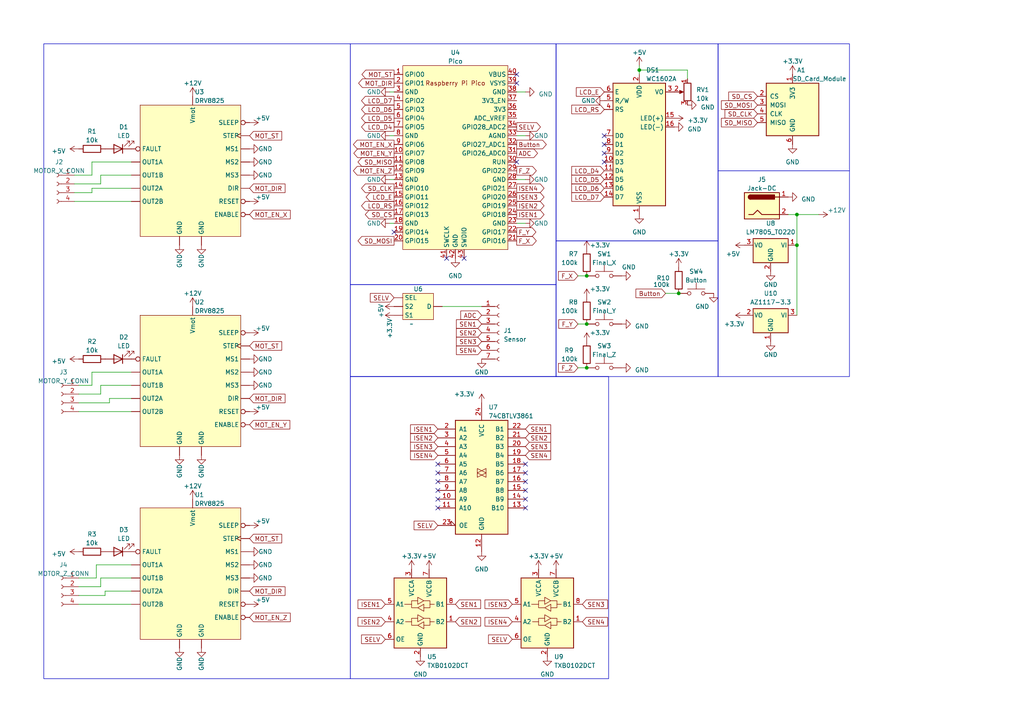
<source format=kicad_sch>
(kicad_sch (version 20230121) (generator eeschema)
  (paper "A4")
  (lib_symbols
    (symbol "74xx:74CBTLV3861" (pin_names (offset 1.016))
      (property "Reference" "U" (at -7.62 16.51 0))
      (property "Value" "74CBTLV3861" (at -7.62 -19.05 0))
      (symbol "74CBTLV3861_1_0"
        (polyline (pts (xy 1.27 0) (xy -1.27 1.27) (xy -1.27 -1.27) (xy 1.27 0)) (stroke (width 0.1524)))
        (polyline (pts (xy 1.27 1.27) (xy -1.27 0) (xy 1.27 -1.27) (xy 1.27 1.27)))
        (pin bidirectional line (at -12.7 -7.62 0) (length 5.08) (name "A9") (number "10"))
        (pin bidirectional line (at -12.7 -10.16 0) (length 5.08) (name "A10") (number "11"))
        (pin power_in line (at 0 -22.86 90) (length 5.08) (name "GND") (number "12"))
        (pin bidirectional line (at 12.7 -10.16 180) (length 5.08) (name "B10") (number "13"))
        (pin bidirectional line (at 12.7 -7.62 180) (length 5.08) (name "B9") (number "14"))
        (pin bidirectional line (at 12.7 -5.08 180) (length 5.08) (name "B8") (number "15"))
        (pin bidirectional line (at 12.7 -2.54 180) (length 5.08) (name "B7") (number "16"))
        (pin bidirectional line (at 12.7 0 180) (length 5.08) (name "B6") (number "17"))
        (pin bidirectional line (at 12.7 2.54 180) (length 5.08) (name "B5") (number "18"))
        (pin bidirectional line (at 12.7 5.08 180) (length 5.08) (name "B4") (number "19"))
        (pin bidirectional line (at -12.7 12.7 0) (length 5.08) (name "A1") (number "2"))
        (pin bidirectional line (at 12.7 7.62 180) (length 5.08) (name "B3") (number "20"))
        (pin bidirectional line (at 12.7 10.16 180) (length 5.08) (name "B2") (number "21"))
        (pin bidirectional line (at 12.7 12.7 180) (length 5.08) (name "B1") (number "22"))
        (pin input input_low (at -12.7 -15.24 0) (length 5.08) (name "OE") (number "23"))
        (pin power_in line (at 0 20.32 270) (length 5.08) (name "VCC") (number "24"))
        (pin bidirectional line (at -12.7 10.16 0) (length 5.08) (name "A2") (number "3"))
        (pin bidirectional line (at -12.7 7.62 0) (length 5.08) (name "A3") (number "4"))
        (pin bidirectional line (at -12.7 5.08 0) (length 5.08) (name "A4") (number "5"))
        (pin bidirectional line (at -12.7 2.54 0) (length 5.08) (name "A5") (number "6"))
        (pin bidirectional line (at -12.7 0 0) (length 5.08) (name "A6") (number "7"))
        (pin bidirectional line (at -12.7 -2.54 0) (length 5.08) (name "A7") (number "8"))
        (pin bidirectional line (at -12.7 -5.08 0) (length 5.08) (name "A8") (number "9"))
      )
      (symbol "74CBTLV3861_1_1"
        (rectangle (start -7.62 15.24) (end 7.62 -17.78) (stroke (width 0.254)) (fill (type background)))
      )
    )
    (symbol "ATSS_Library:DRV8825"
      (property "Reference" "U" (at -5.08 8.89 0))
      (property "Value" "DRV8825" (at 7.62 -13.97 0))
      (symbol "DRV8825_1_1"
        (rectangle (start -6.35 3.81) (end 22.86 -34.29) (fill (type background)))
        (pin input line (at -8.89 -20.32 0) (length 2.54) (name "DIR") (number ""))
        (pin input inverted (at -8.89 -27.94 0) (length 2.54) (name "ENABLE") (number ""))
        (pin output inverted (at 25.4 -8.89 180) (length 2.54) (name "FAULT") (number ""))
        (pin input line (at 5.08 -36.83 90) (length 2.54) (name "GND") (number ""))
        (pin input line (at 11.43 -36.83 90) (length 2.54) (name "GND") (number ""))
        (pin input line (at -8.89 -8.89 0) (length 2.54) (name "MS1") (number ""))
        (pin input line (at -8.89 -12.7 0) (length 2.54) (name "MS2") (number ""))
        (pin input line (at -8.89 -16.51 0) (length 2.54) (name "MS3") (number ""))
        (pin output line (at 25.4 -12.7 180) (length 2.54) (name "OUT1A") (number ""))
        (pin output line (at 25.4 -16.51 180) (length 2.54) (name "OUT1B") (number ""))
        (pin output line (at 25.4 -20.32 180) (length 2.54) (name "OUT2A") (number ""))
        (pin output line (at 25.4 -24.13 180) (length 2.54) (name "OUT2B") (number ""))
        (pin input inverted (at -8.89 -24.13 0) (length 2.54) (name "RESET") (number ""))
        (pin input inverted (at -8.89 -1.27 0) (length 2.54) (name "SLEEP") (number ""))
        (pin input clock (at -8.89 -5.08 0) (length 2.54) (name "STEP") (number ""))
        (pin input line (at 7.62 6.35 270) (length 2.54) (name "Vmot") (number ""))
      )
    )
    (symbol "ATSS_Library:TMUX1247"
      (property "Reference" "U" (at 3.81 0 0))
      (symbol "TMUX1247_1_1"
        (rectangle (start -2.54 -1.27) (end 6.35 -8.89) (fill (type background)))
        (pin output line (at 8.89 -5.08 180) (length 2.54) (name "D") (number ""))
        (pin input line (at -5.08 -2.54 0) (length 2.54) (name "S1") (number ""))
        (pin input line (at -5.08 -5.08 0) (length 2.54) (name "S2") (number ""))
        (pin input line (at -5.08 -7.62 0) (length 2.54) (name "SEL") (number ""))
      )
    )
    (symbol "Arduino_Peripherals:SD_Card_Module" (pin_names (offset 1.016))
      (property "Reference" "A" (at -7.62 10.16 0))
      (property "Value" "SD_Card_Module" (at 10.16 10.16 0))
      (symbol "SD_Card_Module_0_1"
        (rectangle (start -7.62 7.62) (end 7.62 -7.62) (stroke (width 0.254)) (fill (type background)))
      )
      (symbol "SD_Card_Module_1_1"
        (pin power_in line (at 0 10.16 270) (length 2.54) (name "3V3") (number "1"))
        (pin input line (at -10.16 3.81 0) (length 2.54) (name "CS") (number "2"))
        (pin input line (at -10.16 1.27 0) (length 2.54) (name "MOSI") (number "3"))
        (pin input line (at -10.16 -1.27 0) (length 2.54) (name "CLK") (number "4"))
        (pin output line (at -10.16 -3.81 0) (length 2.54) (name "MISO") (number "5"))
        (pin power_in line (at 0 -10.16 90) (length 2.54) (name "GND") (number "6"))
      )
    )
    (symbol "Connector:Conn_01x04_Socket" (pin_names (offset 1.016) hide)
      (property "Reference" "J" (at 0 5.08 0))
      (property "Value" "Conn_01x04_Socket" (at 0 -7.62 0))
      (symbol "Conn_01x04_Socket_1_1"
        (arc (start 0 -4.572) (mid -0.5058 -5.08) (end 0 -5.588) (stroke (width 0.1524)))
        (arc (start 0 -2.032) (mid -0.5058 -2.54) (end 0 -3.048) (stroke (width 0.1524)))
        (polyline (pts (xy -1.27 -5.08) (xy -0.508 -5.08)) (stroke (width 0.1524)))
        (polyline (pts (xy -1.27 -2.54) (xy -0.508 -2.54)) (stroke (width 0.1524)))
        (polyline (pts (xy -1.27 0) (xy -0.508 0)) (stroke (width 0.1524)))
        (polyline (pts (xy -1.27 2.54) (xy -0.508 2.54)) (stroke (width 0.1524)))
        (arc (start 0 0.508) (mid -0.5058 0) (end 0 -0.508) (stroke (width 0.1524)))
        (arc (start 0 3.048) (mid -0.5058 2.54) (end 0 2.032) (stroke (width 0.1524)))
        (pin passive line (at -5.08 2.54 0) (length 3.81) (name "Pin_1") (number "1"))
        (pin passive line (at -5.08 0 0) (length 3.81) (name "Pin_2") (number "2"))
        (pin passive line (at -5.08 -2.54 0) (length 3.81) (name "Pin_3") (number "3"))
        (pin passive line (at -5.08 -5.08 0) (length 3.81) (name "Pin_4") (number "4"))
      )
    )
    (symbol "Connector:Conn_01x07_Socket" (pin_names (offset 1.016) hide)
      (property "Reference" "J" (at 0 10.16 0))
      (property "Value" "Conn_01x07_Socket" (at 0 -10.16 0))
      (symbol "Conn_01x07_Socket_1_1"
        (arc (start 0 -7.112) (mid -0.5058 -7.62) (end 0 -8.128) (stroke (width 0.1524)))
        (arc (start 0 -4.572) (mid -0.5058 -5.08) (end 0 -5.588) (stroke (width 0.1524)))
        (arc (start 0 -2.032) (mid -0.5058 -2.54) (end 0 -3.048) (stroke (width 0.1524)))
        (polyline (pts (xy -1.27 -7.62) (xy -0.508 -7.62)) (stroke (width 0.1524)))
        (polyline (pts (xy -1.27 -5.08) (xy -0.508 -5.08)) (stroke (width 0.1524)))
        (polyline (pts (xy -1.27 -2.54) (xy -0.508 -2.54)) (stroke (width 0.1524)))
        (polyline (pts (xy -1.27 0) (xy -0.508 0)) (stroke (width 0.1524)))
        (polyline (pts (xy -1.27 2.54) (xy -0.508 2.54)) (stroke (width 0.1524)))
        (polyline (pts (xy -1.27 5.08) (xy -0.508 5.08)) (stroke (width 0.1524)))
        (polyline (pts (xy -1.27 7.62) (xy -0.508 7.62)) (stroke (width 0.1524)))
        (arc (start 0 0.508) (mid -0.5058 0) (end 0 -0.508) (stroke (width 0.1524)))
        (arc (start 0 3.048) (mid -0.5058 2.54) (end 0 2.032) (stroke (width 0.1524)))
        (arc (start 0 5.588) (mid -0.5058 5.08) (end 0 4.572) (stroke (width 0.1524)))
        (arc (start 0 8.128) (mid -0.5058 7.62) (end 0 7.112) (stroke (width 0.1524)))
        (pin passive line (at -5.08 7.62 0) (length 3.81) (name "Pin_1") (number "1"))
        (pin passive line (at -5.08 5.08 0) (length 3.81) (name "Pin_2") (number "2"))
        (pin passive line (at -5.08 2.54 0) (length 3.81) (name "Pin_3") (number "3"))
        (pin passive line (at -5.08 0 0) (length 3.81) (name "Pin_4") (number "4"))
        (pin passive line (at -5.08 -2.54 0) (length 3.81) (name "Pin_5") (number "5"))
        (pin passive line (at -5.08 -5.08 0) (length 3.81) (name "Pin_6") (number "6"))
        (pin passive line (at -5.08 -7.62 0) (length 3.81) (name "Pin_7") (number "7"))
      )
    )
    (symbol "Connector:Jack-DC" (pin_names (offset 1.016))
      (property "Reference" "J" (at 0 5.334 0))
      (property "Value" "Jack-DC" (at 0 -5.08 0))
      (symbol "Jack-DC_0_1"
        (rectangle (start -5.08 3.81) (end 5.08 -3.81) (stroke (width 0.254)) (fill (type background)))
        (arc (start -3.302 3.175) (mid -3.9343 2.54) (end -3.302 1.905) (stroke (width 0.254)))
        (arc (start -3.302 3.175) (mid -3.9343 2.54) (end -3.302 1.905) (stroke (width 0.254)) (fill (type outline)))
        (polyline (pts (xy 5.08 2.54) (xy 3.81 2.54)) (stroke (width 0.254)))
        (polyline (pts (xy -3.81 -2.54) (xy -2.54 -2.54) (xy -1.27 -1.27) (xy 0 -2.54) (xy 2.54 -2.54) (xy 5.08 -2.54)) (stroke (width 0.254)))
        (rectangle (start 3.683 3.175) (end -3.302 1.905) (stroke (width 0.254)) (fill (type outline)))
      )
      (symbol "Jack-DC_1_1"
        (pin passive line (at 7.62 2.54 180) (length 2.54) (name "~") (number "1"))
        (pin passive line (at 7.62 -2.54 180) (length 2.54) (name "~") (number "2"))
      )
    )
    (symbol "Device:LED" (pin_numbers hide) (pin_names (offset 1.016) hide)
      (property "Reference" "D" (at 0 2.54 0))
      (property "Value" "LED" (at 0 -2.54 0))
      (symbol "LED_0_1"
        (polyline (pts (xy -1.27 -1.27) (xy -1.27 1.27)) (stroke (width 0.254)))
        (polyline (pts (xy -1.27 0) (xy 1.27 0)))
        (polyline (pts (xy 1.27 -1.27) (xy 1.27 1.27) (xy -1.27 0) (xy 1.27 -1.27)) (stroke (width 0.254)))
        (polyline (pts (xy -3.048 -0.762) (xy -4.572 -2.286) (xy -3.81 -2.286) (xy -4.572 -2.286) (xy -4.572 -1.524)))
        (polyline (pts (xy -1.778 -0.762) (xy -3.302 -2.286) (xy -2.54 -2.286) (xy -3.302 -2.286) (xy -3.302 -1.524)))
      )
      (symbol "LED_1_1"
        (pin passive line (at -3.81 0 0) (length 2.54) (name "K") (number "1"))
        (pin passive line (at 3.81 0 180) (length 2.54) (name "A") (number "2"))
      )
    )
    (symbol "Device:R" (pin_numbers hide) (pin_names (offset 0))
      (property "Reference" "R" (at 2.032 0 90))
      (property "Value" "R" (at 0 0 90))
      (symbol "R_0_1"
        (rectangle (start -1.016 -2.54) (end 1.016 2.54) (stroke (width 0.254)))
      )
      (symbol "R_1_1"
        (pin passive line (at 0 3.81 270) (length 1.27) (name "~") (number "1"))
        (pin passive line (at 0 -3.81 90) (length 1.27) (name "~") (number "2"))
      )
    )
    (symbol "Device:R_Potentiometer" (pin_names (offset 1.016) hide)
      (property "Reference" "RV" (at -4.445 0 90))
      (property "Value" "R_Potentiometer" (at -2.54 0 90))
      (symbol "R_Potentiometer_0_1"
        (polyline (pts (xy 2.54 0) (xy 1.524 0)))
        (polyline (pts (xy 1.143 0) (xy 2.286 0.508) (xy 2.286 -0.508) (xy 1.143 0)) (fill (type outline)))
        (rectangle (start 1.016 2.54) (end -1.016 -2.54) (stroke (width 0.254)))
      )
      (symbol "R_Potentiometer_1_1"
        (pin passive line (at 0 3.81 270) (length 1.27) (name "1") (number "1"))
        (pin passive line (at 3.81 0 180) (length 1.27) (name "2") (number "2"))
        (pin passive line (at 0 -3.81 90) (length 1.27) (name "3") (number "3"))
      )
    )
    (symbol "Display_Character:WC1602A"
      (property "Reference" "DS" (at -5.842 19.05 0))
      (property "Value" "WC1602A" (at 5.334 19.05 0))
      (symbol "WC1602A_1_1"
        (rectangle (start -7.62 17.78) (end 7.62 -17.78) (stroke (width 0.254)) (fill (type background)))
        (pin power_in line (at 0 -20.32 90) (length 2.54) (name "VSS") (number "1"))
        (pin input line (at -10.16 -5.08 0) (length 2.54) (name "D3") (number "10"))
        (pin input line (at -10.16 -7.62 0) (length 2.54) (name "D4") (number "11"))
        (pin input line (at -10.16 -10.16 0) (length 2.54) (name "D5") (number "12"))
        (pin input line (at -10.16 -12.7 0) (length 2.54) (name "D6") (number "13"))
        (pin input line (at -10.16 -15.24 0) (length 2.54) (name "D7") (number "14"))
        (pin power_in line (at 10.16 7.62 180) (length 2.54) (name "LED(+)") (number "15"))
        (pin power_in line (at 10.16 5.08 180) (length 2.54) (name "LED(-)") (number "16"))
        (pin power_in line (at 0 20.32 270) (length 2.54) (name "VDD") (number "2"))
        (pin input line (at 10.16 15.24 180) (length 2.54) (name "VO") (number "3"))
        (pin input line (at -10.16 10.16 0) (length 2.54) (name "RS") (number "4"))
        (pin input line (at -10.16 12.7 0) (length 2.54) (name "R/W") (number "5"))
        (pin input line (at -10.16 15.24 0) (length 2.54) (name "E") (number "6"))
        (pin input line (at -10.16 2.54 0) (length 2.54) (name "D0") (number "7"))
        (pin input line (at -10.16 0 0) (length 2.54) (name "D1") (number "8"))
        (pin input line (at -10.16 -2.54 0) (length 2.54) (name "D2") (number "9"))
      )
    )
    (symbol "Logic_LevelTranslator:TXB0102DCT"
      (property "Reference" "U" (at -6.35 11.43 0))
      (property "Value" "TXB0102DCT" (at 3.81 11.43 0))
      (symbol "TXB0102DCT_0_1"
        (rectangle (start -7.62 10.16) (end 7.62 -10.16) (stroke (width 0.254)) (fill (type background)))
        (polyline (pts (xy -2.54 -2.54) (xy -2.54 -1.524) (xy -0.762 -1.524)))
        (polyline (pts (xy -2.54 2.54) (xy -2.54 3.556) (xy -0.762 3.556)))
        (polyline (pts (xy 2.794 -2.54) (xy 2.794 -3.556) (xy 1.016 -3.556)))
        (polyline (pts (xy 2.794 2.54) (xy 2.794 1.524) (xy 1.016 1.524)))
        (polyline (pts (xy -0.762 -3.556) (xy -2.54 -3.556) (xy -2.54 -2.54) (xy -4.318 -2.54)))
        (polyline (pts (xy -0.762 -2.54) (xy -0.762 -0.508) (xy 1.016 -1.524) (xy -0.762 -2.54)) (fill (type background)))
        (polyline (pts (xy -0.762 1.524) (xy -2.54 1.524) (xy -2.54 2.54) (xy -4.572 2.54)))
        (polyline (pts (xy -0.762 2.54) (xy -0.762 4.572) (xy 1.016 3.556) (xy -0.762 2.54)))
        (polyline (pts (xy 1.016 -2.54) (xy 1.016 -4.572) (xy -0.762 -3.556) (xy 1.016 -2.54)))
        (polyline (pts (xy 1.016 -1.524) (xy 2.794 -1.524) (xy 2.794 -2.54) (xy 4.064 -2.54)))
        (polyline (pts (xy 1.016 3.556) (xy 2.794 3.556) (xy 2.794 2.54) (xy 4.064 2.54)))
        (polyline (pts (xy 1.016 2.54) (xy 1.016 0.762) (xy 1.016 0.508) (xy -0.762 1.524) (xy 1.016 2.54)))
      )
      (symbol "TXB0102DCT_1_1"
        (pin bidirectional line (at 10.16 -2.54 180) (length 2.54) (name "B2") (number "1"))
        (pin power_in line (at 0 -12.7 90) (length 2.54) (name "GND") (number "2"))
        (pin power_in line (at -2.54 12.7 270) (length 2.54) (name "VCCA") (number "3"))
        (pin bidirectional line (at -10.16 -2.54 0) (length 2.54) (name "A2") (number "4"))
        (pin bidirectional line (at -10.16 2.54 0) (length 2.54) (name "A1") (number "5"))
        (pin input line (at -10.16 -7.62 0) (length 2.54) (name "OE") (number "6"))
        (pin power_in line (at 2.54 12.7 270) (length 2.54) (name "VCCB") (number "7"))
        (pin bidirectional line (at 10.16 2.54 180) (length 2.54) (name "B1") (number "8"))
      )
    )
    (symbol "MCU_RaspberryPi_and_Boards:Pico"
      (property "Reference" "U" (at -13.97 27.94 0))
      (property "Value" "Pico" (at 0 19.05 0))
      (symbol "Pico_0_0"
        (text "Raspberry Pi Pico" (at 0 21.59 0) (effects (font (size 1.27 1.27))))
      )
      (symbol "Pico_0_1"
        (rectangle (start -15.24 26.67) (end 15.24 -26.67) (fill (type background)))
      )
      (symbol "Pico_1_1"
        (pin bidirectional line (at -17.78 24.13 0) (length 2.54) (name "GPIO0") (number "1"))
        (pin bidirectional line (at -17.78 1.27 0) (length 2.54) (name "GPIO7") (number "10"))
        (pin bidirectional line (at -17.78 -1.27 0) (length 2.54) (name "GPIO8") (number "11"))
        (pin bidirectional line (at -17.78 -3.81 0) (length 2.54) (name "GPIO9") (number "12"))
        (pin power_in line (at -17.78 -6.35 0) (length 2.54) (name "GND") (number "13"))
        (pin bidirectional line (at -17.78 -8.89 0) (length 2.54) (name "GPIO10") (number "14"))
        (pin bidirectional line (at -17.78 -11.43 0) (length 2.54) (name "GPIO11") (number "15"))
        (pin bidirectional line (at -17.78 -13.97 0) (length 2.54) (name "GPIO12") (number "16"))
        (pin bidirectional line (at -17.78 -16.51 0) (length 2.54) (name "GPIO13") (number "17"))
        (pin power_in line (at -17.78 -19.05 0) (length 2.54) (name "GND") (number "18"))
        (pin bidirectional line (at -17.78 -21.59 0) (length 2.54) (name "GPIO14") (number "19"))
        (pin bidirectional line (at -17.78 21.59 0) (length 2.54) (name "GPIO1") (number "2"))
        (pin bidirectional line (at -17.78 -24.13 0) (length 2.54) (name "GPIO15") (number "20"))
        (pin bidirectional line (at 17.78 -24.13 180) (length 2.54) (name "GPIO16") (number "21"))
        (pin bidirectional line (at 17.78 -21.59 180) (length 2.54) (name "GPIO17") (number "22"))
        (pin power_in line (at 17.78 -19.05 180) (length 2.54) (name "GND") (number "23"))
        (pin bidirectional line (at 17.78 -16.51 180) (length 2.54) (name "GPIO18") (number "24"))
        (pin bidirectional line (at 17.78 -13.97 180) (length 2.54) (name "GPIO19") (number "25"))
        (pin bidirectional line (at 17.78 -11.43 180) (length 2.54) (name "GPIO20") (number "26"))
        (pin bidirectional line (at 17.78 -8.89 180) (length 2.54) (name "GPIO21") (number "27"))
        (pin power_in line (at 17.78 -6.35 180) (length 2.54) (name "GND") (number "28"))
        (pin bidirectional line (at 17.78 -3.81 180) (length 2.54) (name "GPIO22") (number "29"))
        (pin power_in line (at -17.78 19.05 0) (length 2.54) (name "GND") (number "3"))
        (pin input line (at 17.78 -1.27 180) (length 2.54) (name "RUN") (number "30"))
        (pin bidirectional line (at 17.78 1.27 180) (length 2.54) (name "GPIO26_ADC0") (number "31"))
        (pin bidirectional line (at 17.78 3.81 180) (length 2.54) (name "GPIO27_ADC1") (number "32"))
        (pin power_in line (at 17.78 6.35 180) (length 2.54) (name "AGND") (number "33"))
        (pin bidirectional line (at 17.78 8.89 180) (length 2.54) (name "GPIO28_ADC2") (number "34"))
        (pin power_in line (at 17.78 11.43 180) (length 2.54) (name "ADC_VREF") (number "35"))
        (pin power_in line (at 17.78 13.97 180) (length 2.54) (name "3V3") (number "36"))
        (pin input line (at 17.78 16.51 180) (length 2.54) (name "3V3_EN") (number "37"))
        (pin bidirectional line (at 17.78 19.05 180) (length 2.54) (name "GND") (number "38"))
        (pin power_in line (at 17.78 21.59 180) (length 2.54) (name "VSYS") (number "39"))
        (pin bidirectional line (at -17.78 16.51 0) (length 2.54) (name "GPIO2") (number "4"))
        (pin power_in line (at 17.78 24.13 180) (length 2.54) (name "VBUS") (number "40"))
        (pin input line (at -2.54 -29.21 90) (length 2.54) (name "SWCLK") (number "41"))
        (pin power_in line (at 0 -29.21 90) (length 2.54) (name "GND") (number "42"))
        (pin bidirectional line (at 2.54 -29.21 90) (length 2.54) (name "SWDIO") (number "43"))
        (pin bidirectional line (at -17.78 13.97 0) (length 2.54) (name "GPIO3") (number "5"))
        (pin bidirectional line (at -17.78 11.43 0) (length 2.54) (name "GPIO4") (number "6"))
        (pin bidirectional line (at -17.78 8.89 0) (length 2.54) (name "GPIO5") (number "7"))
        (pin power_in line (at -17.78 6.35 0) (length 2.54) (name "GND") (number "8"))
        (pin bidirectional line (at -17.78 3.81 0) (length 2.54) (name "GPIO6") (number "9"))
      )
    )
    (symbol "Regulator_Linear:AZ1117-3.3" (pin_names (offset 0.254))
      (property "Reference" "U" (at -3.81 3.175 0))
      (property "Value" "AZ1117-3.3" (at 0 3.175 0))
      (symbol "AZ1117-3.3_0_1"
        (rectangle (start -5.08 1.905) (end 5.08 -5.08) (stroke (width 0.254)) (fill (type background)))
      )
      (symbol "AZ1117-3.3_1_1"
        (pin power_in line (at 0 -7.62 90) (length 2.54) (name "GND") (number "1"))
        (pin power_out line (at 7.62 0 180) (length 2.54) (name "VO") (number "2"))
        (pin power_in line (at -7.62 0 0) (length 2.54) (name "VI") (number "3"))
      )
    )
    (symbol "Regulator_Linear:LM7805_TO220" (pin_names (offset 0.254))
      (property "Reference" "U" (at -3.81 3.175 0))
      (property "Value" "LM7805_TO220" (at 0 3.175 0))
      (symbol "LM7805_TO220_0_1"
        (rectangle (start -5.08 1.905) (end 5.08 -5.08) (stroke (width 0.254)) (fill (type background)))
      )
      (symbol "LM7805_TO220_1_1"
        (pin power_in line (at -7.62 0 0) (length 2.54) (name "VI") (number "1"))
        (pin power_in line (at 0 -7.62 90) (length 2.54) (name "GND") (number "2"))
        (pin power_out line (at 7.62 0 180) (length 2.54) (name "VO") (number "3"))
      )
    )
    (symbol "Switch:SW_Push" (pin_numbers hide) (pin_names (offset 1.016) hide)
      (property "Reference" "SW" (at 1.27 2.54 0))
      (property "Value" "SW_Push" (at 0 -1.524 0))
      (symbol "SW_Push_0_1"
        (circle (center -2.032 0) (radius 0.508))
        (polyline (pts (xy 0 1.27) (xy 0 3.048)))
        (polyline (pts (xy 2.54 1.27) (xy -2.54 1.27)))
        (circle (center 2.032 0) (radius 0.508))
        (pin passive line (at -5.08 0 0) (length 2.54) (name "1") (number "1"))
        (pin passive line (at 5.08 0 180) (length 2.54) (name "2") (number "2"))
      )
    )
    (symbol "power:+12V" (power) (pin_names (offset 0))
      (property "Value" "+12V" (at 0 3.556 0))
      (symbol "+12V_0_1"
        (polyline (pts (xy -0.762 1.27) (xy 0 2.54)))
        (polyline (pts (xy 0 0) (xy 0 2.54)))
        (polyline (pts (xy 0 2.54) (xy 0.762 1.27)))
      )
      (symbol "+12V_1_1"
        (pin power_in line (at 0 0 90) (length 0) hide (name "+12V") (number "1"))
      )
    )
    (symbol "power:+3.3V" (power) (pin_names (offset 0))
      (property "Value" "+3.3V" (at 0 3.556 0))
      (symbol "+3.3V_0_1"
        (polyline (pts (xy -0.762 1.27) (xy 0 2.54)))
        (polyline (pts (xy 0 0) (xy 0 2.54)))
        (polyline (pts (xy 0 2.54) (xy 0.762 1.27)))
      )
      (symbol "+3.3V_1_1"
        (pin power_in line (at 0 0 90) (length 0) hide (name "+3.3V") (number "1"))
      )
    )
    (symbol "power:+5V" (power) (pin_names (offset 0))
      (property "Value" "+5V" (at 0 3.556 0))
      (symbol "+5V_0_1"
        (polyline (pts (xy -0.762 1.27) (xy 0 2.54)))
        (polyline (pts (xy 0 0) (xy 0 2.54)))
        (polyline (pts (xy 0 2.54) (xy 0.762 1.27)))
      )
      (symbol "+5V_1_1"
        (pin power_in line (at 0 0 90) (length 0) hide (name "+5V") (number "1"))
      )
    )
    (symbol "power:GND" (power) (pin_names (offset 0))
      (property "Value" "GND" (at 0 -3.81 0))
      (symbol "GND_0_1"
        (polyline (pts (xy 0 0) (xy 0 -1.27) (xy 1.27 -1.27) (xy 0 -2.54) (xy -1.27 -1.27) (xy 0 -1.27)))
      )
      (symbol "GND_1_1"
        (pin power_in line (at 0 0 270) (length 0) hide (name "GND") (number "1"))
      )
    )
  )
  (junction (at 170.18 80.01))
  (junction (at 196.85 85.09))
  (junction (at 170.18 106.68))
  (junction (at 231.14 62.23))
  (junction (at 231.14 71.12))
  (junction (at 185.42 20.32))
  (junction (at 170.18 93.98))
  (no_connect (at 152.4 142.24))
  (no_connect (at 127 147.32))
  (no_connect (at 127 139.7))
  (no_connect (at 134.62 74.93))
  (no_connect (at 127 137.16))
  (no_connect (at 152.4 139.7))
  (no_connect (at 149.86 21.59))
  (no_connect (at 175.26 41.91))
  (no_connect (at 152.4 144.78))
  (no_connect (at 175.26 46.99))
  (no_connect (at 149.86 24.13))
  (no_connect (at 114.3 67.31))
  (no_connect (at 127 142.24))
  (no_connect (at 127 134.62))
  (no_connect (at 152.4 134.62))
  (no_connect (at 152.4 147.32))
  (no_connect (at 127 144.78))
  (no_connect (at 149.86 46.99))
  (no_connect (at 152.4 137.16))
  (no_connect (at 129.54 74.93))
  (no_connect (at 175.26 39.37))
  (no_connect (at 175.26 44.45))
  (wire (pts (xy 21.59 58.42) (xy 38.1 58.42)))
  (wire (pts (xy 22.86 175.26) (xy 38.1 175.26)))
  (wire (pts (xy 113.03 64.77) (xy 114.3 64.77)))
  (wire (pts (xy 113.03 26.67) (xy 114.3 26.67)))
  (wire (pts (xy 231.14 71.12) (xy 231.14 91.44)))
  (wire (pts (xy 29.21 50.8) (xy 29.21 53.34)))
  (wire (pts (xy 22.86 116.84) (xy 31.75 116.84)))
  (wire (pts (xy 231.14 62.23) (xy 231.14 71.12)))
  (wire (pts (xy 149.86 26.67) (xy 152.4 26.67)))
  (wire (pts (xy 26.67 54.61) (xy 26.67 55.88)))
  (wire (pts (xy 26.67 46.99) (xy 26.67 50.8)))
  (wire (pts (xy 149.86 64.77) (xy 152.4 64.77)))
  (wire (pts (xy 185.42 20.32) (xy 185.42 21.59)))
  (wire (pts (xy 30.48 172.72) (xy 30.48 171.45)))
  (wire (pts (xy 199.39 22.86) (xy 199.39 20.32)))
  (wire (pts (xy 237.49 62.23) (xy 231.14 62.23)))
  (wire (pts (xy 27.94 163.83) (xy 38.1 163.83)))
  (wire (pts (xy 38.1 50.8) (xy 29.21 50.8)))
  (wire (pts (xy 22.86 114.3) (xy 29.21 114.3)))
  (wire (pts (xy 228.6 62.23) (xy 231.14 62.23)))
  (wire (pts (xy 26.67 111.76) (xy 26.67 107.95)))
  (wire (pts (xy 167.64 106.68) (xy 170.18 106.68)))
  (wire (pts (xy 185.42 20.32) (xy 199.39 20.32)))
  (wire (pts (xy 26.67 55.88) (xy 21.59 55.88)))
  (wire (pts (xy 22.86 111.76) (xy 26.67 111.76)))
  (wire (pts (xy 29.21 114.3) (xy 29.21 111.76)))
  (wire (pts (xy 149.86 52.07) (xy 152.4 52.07)))
  (wire (pts (xy 29.21 111.76) (xy 38.1 111.76)))
  (wire (pts (xy 38.1 46.99) (xy 26.67 46.99)))
  (wire (pts (xy 22.86 170.18) (xy 29.21 170.18)))
  (wire (pts (xy 29.21 167.64) (xy 38.1 167.64)))
  (wire (pts (xy 22.86 119.38) (xy 38.1 119.38)))
  (wire (pts (xy 185.42 19.05) (xy 185.42 20.32)))
  (wire (pts (xy 193.04 85.09) (xy 196.85 85.09)))
  (wire (pts (xy 113.03 39.37) (xy 114.3 39.37)))
  (wire (pts (xy 26.67 107.95) (xy 38.1 107.95)))
  (wire (pts (xy 27.94 167.64) (xy 27.94 163.83)))
  (wire (pts (xy 167.64 80.01) (xy 170.18 80.01)))
  (wire (pts (xy 38.1 54.61) (xy 26.67 54.61)))
  (wire (pts (xy 22.86 172.72) (xy 30.48 172.72)))
  (wire (pts (xy 31.75 115.57) (xy 38.1 115.57)))
  (wire (pts (xy 26.67 50.8) (xy 21.59 50.8)))
  (wire (pts (xy 30.48 171.45) (xy 38.1 171.45)))
  (wire (pts (xy 149.86 39.37) (xy 152.4 39.37)))
  (wire (pts (xy 128.27 88.9) (xy 139.7 88.9)))
  (wire (pts (xy 29.21 53.34) (xy 21.59 53.34)))
  (wire (pts (xy 22.86 167.64) (xy 27.94 167.64)))
  (wire (pts (xy 29.21 170.18) (xy 29.21 167.64)))
  (wire (pts (xy 167.64 93.98) (xy 170.18 93.98)))
  (wire (pts (xy 31.75 116.84) (xy 31.75 115.57)))
  (wire (pts (xy 113.03 52.07) (xy 114.3 52.07)))
  (rectangle (start 161.29 69.85) (end 208.28 109.22))
  (rectangle (start 208.28 12.7) (end 246.38 49.53))
  (rectangle (start 12.7 12.7) (end 101.6 196.85))
  (rectangle (start 101.6 109.22) (end 176.53 196.85))
  (rectangle (start 161.29 12.7) (end 208.28 69.85))
  (rectangle (start 101.6 82.55) (end 161.29 109.22))
  (rectangle (start 208.28 49.53) (end 246.38 109.22))
  (rectangle (start 101.6 12.7) (end 161.29 82.55))
  (global_label "LCD_RS" (shape input) (at 175.26 31.75 180) (property "Intersheetrefs" "${INTERSHEET_REFS}" (effects hide)))
  (global_label "MOT_EN_Z" (shape input) (at 72.39 179.07 0) (property "Intersheetrefs" "${INTERSHEET_REFS}" (effects hide)))
  (global_label "LCD_RS" (shape output) (at 114.3 59.69 180) (property "Intersheetrefs" "${INTERSHEET_REFS}" (effects hide)))
  (global_label "ISEN3" (shape input) (at 148.59 175.26 180) (property "Intersheetrefs" "${INTERSHEET_REFS}" (effects hide)))
  (global_label "ISEN4" (shape output) (at 149.86 54.61 0) (property "Intersheetrefs" "${INTERSHEET_REFS}" (effects hide)))
  (global_label "LCD_E" (shape output) (at 114.3 57.15 180) (property "Intersheetrefs" "${INTERSHEET_REFS}" (effects hide)))
  (global_label "Button" (shape output) (at 149.86 41.91 0) (property "Intersheetrefs" "${INTERSHEET_REFS}" (effects hide)))
  (global_label "ISEN2" (shape input) (at 127 127 180) (property "Intersheetrefs" "${INTERSHEET_REFS}" (effects hide)))
  (global_label "MOT_DIR" (shape output) (at 114.3 24.13 180) (property "Intersheetrefs" "${INTERSHEET_REFS}" (effects hide)))
  (global_label "LCD_D6" (shape input) (at 175.26 54.61 180) (property "Intersheetrefs" "${INTERSHEET_REFS}" (effects hide)))
  (global_label "SEN1" (shape input) (at 139.7 93.98 180) (property "Intersheetrefs" "${INTERSHEET_REFS}" (effects hide)))
  (global_label "MOT_DIR" (shape input) (at 72.39 115.57 0) (property "Intersheetrefs" "${INTERSHEET_REFS}" (effects hide)))
  (global_label "SEN3" (shape input) (at 139.7 99.06 180) (property "Intersheetrefs" "${INTERSHEET_REFS}" (effects hide)))
  (global_label "ISEN1" (shape output) (at 149.86 62.23 0) (property "Intersheetrefs" "${INTERSHEET_REFS}" (effects hide)))
  (global_label "SEN2" (shape input) (at 132.08 180.34 0) (property "Intersheetrefs" "${INTERSHEET_REFS}" (effects hide)))
  (global_label "ISEN4" (shape input) (at 127 132.08 180) (property "Intersheetrefs" "${INTERSHEET_REFS}" (effects hide)))
  (global_label "LCD_D5" (shape input) (at 175.26 52.07 180) (property "Intersheetrefs" "${INTERSHEET_REFS}" (effects hide)))
  (global_label "F_Y" (shape output) (at 149.86 67.31 0) (property "Intersheetrefs" "${INTERSHEET_REFS}" (effects hide)))
  (global_label "MOT_EN_Z" (shape output) (at 114.3 49.53 180) (property "Intersheetrefs" "${INTERSHEET_REFS}" (effects hide)))
  (global_label "LCD_D7" (shape input) (at 175.26 57.15 180) (property "Intersheetrefs" "${INTERSHEET_REFS}" (effects hide)))
  (global_label "ISEN1" (shape input) (at 127 124.46 180) (property "Intersheetrefs" "${INTERSHEET_REFS}" (effects hide)))
  (global_label "MOT_EN_X" (shape output) (at 114.3 41.91 180) (property "Intersheetrefs" "${INTERSHEET_REFS}" (effects hide)))
  (global_label "SEN2" (shape input) (at 152.4 127 0) (property "Intersheetrefs" "${INTERSHEET_REFS}" (effects hide)))
  (global_label "MOT_DIR" (shape input) (at 72.39 54.61 0) (property "Intersheetrefs" "${INTERSHEET_REFS}" (effects hide)))
  (global_label "SELV" (shape input) (at 114.3 86.36 180) (property "Intersheetrefs" "${INTERSHEET_REFS}" (effects hide)))
  (global_label "SD_MISO" (shape input) (at 219.71 35.56 180) (property "Intersheetrefs" "${INTERSHEET_REFS}" (effects hide)))
  (global_label "LCD_D6" (shape output) (at 114.3 31.75 180) (property "Intersheetrefs" "${INTERSHEET_REFS}" (effects hide)))
  (global_label "LCD_D4" (shape input) (at 175.26 49.53 180) (property "Intersheetrefs" "${INTERSHEET_REFS}" (effects hide)))
  (global_label "LCD_D4" (shape output) (at 114.3 36.83 180) (property "Intersheetrefs" "${INTERSHEET_REFS}" (effects hide)))
  (global_label "SEN4" (shape input) (at 152.4 132.08 0) (property "Intersheetrefs" "${INTERSHEET_REFS}" (effects hide)))
  (global_label "ISEN3" (shape output) (at 149.86 57.15 0) (property "Intersheetrefs" "${INTERSHEET_REFS}" (effects hide)))
  (global_label "SEN1" (shape input) (at 132.08 175.26 0) (property "Intersheetrefs" "${INTERSHEET_REFS}" (effects hide)))
  (global_label "F_Z" (shape input) (at 167.64 106.68 180) (property "Intersheetrefs" "${INTERSHEET_REFS}" (effects hide)))
  (global_label "LCD_D7" (shape output) (at 114.3 29.21 180) (property "Intersheetrefs" "${INTERSHEET_REFS}" (effects hide)))
  (global_label "SEN4" (shape input) (at 139.7 101.6 180) (property "Intersheetrefs" "${INTERSHEET_REFS}" (effects hide)))
  (global_label "MOT_ST" (shape input) (at 72.39 39.37 0) (property "Intersheetrefs" "${INTERSHEET_REFS}" (effects hide)))
  (global_label "MOT_EN_Y" (shape output) (at 114.3 44.45 180) (property "Intersheetrefs" "${INTERSHEET_REFS}" (effects hide)))
  (global_label "LCD_E" (shape input) (at 175.26 26.67 180) (property "Intersheetrefs" "${INTERSHEET_REFS}" (effects hide)))
  (global_label "MOT_DIR" (shape input) (at 72.39 171.45 0) (property "Intersheetrefs" "${INTERSHEET_REFS}" (effects hide)))
  (global_label "MOT_ST" (shape output) (at 114.3 21.59 180) (property "Intersheetrefs" "${INTERSHEET_REFS}" (effects hide)))
  (global_label "MOT_EN_Y" (shape input) (at 72.39 123.19 0) (property "Intersheetrefs" "${INTERSHEET_REFS}" (effects hide)))
  (global_label "SD_MOSI" (shape input) (at 219.71 30.48 180) (property "Intersheetrefs" "${INTERSHEET_REFS}" (effects hide)))
  (global_label "ADC" (shape output) (at 149.86 44.45 0) (property "Intersheetrefs" "${INTERSHEET_REFS}" (effects hide)))
  (global_label "ISEN1" (shape input) (at 111.76 175.26 180) (property "Intersheetrefs" "${INTERSHEET_REFS}" (effects hide)))
  (global_label "MOT_ST" (shape input) (at 72.39 100.33 0) (property "Intersheetrefs" "${INTERSHEET_REFS}" (effects hide)))
  (global_label "SD_MOSI" (shape output) (at 114.3 69.85 180) (property "Intersheetrefs" "${INTERSHEET_REFS}" (effects hide)))
  (global_label "SEN3" (shape input) (at 168.91 175.26 0) (property "Intersheetrefs" "${INTERSHEET_REFS}" (effects hide)))
  (global_label "LCD_D5" (shape output) (at 114.3 34.29 180) (property "Intersheetrefs" "${INTERSHEET_REFS}" (effects hide)))
  (global_label "SEN4" (shape input) (at 168.91 180.34 0) (property "Intersheetrefs" "${INTERSHEET_REFS}" (effects hide)))
  (global_label "SD_CS" (shape output) (at 114.3 62.23 180) (property "Intersheetrefs" "${INTERSHEET_REFS}" (effects hide)))
  (global_label "SEN1" (shape input) (at 152.4 124.46 0) (property "Intersheetrefs" "${INTERSHEET_REFS}" (effects hide)))
  (global_label "SD_CLK" (shape input) (at 219.71 33.02 180) (property "Intersheetrefs" "${INTERSHEET_REFS}" (effects hide)))
  (global_label "MOT_EN_X" (shape input) (at 72.39 62.23 0) (property "Intersheetrefs" "${INTERSHEET_REFS}" (effects hide)))
  (global_label "SELV" (shape input) (at 111.76 185.42 180) (property "Intersheetrefs" "${INTERSHEET_REFS}" (effects hide)))
  (global_label "SELV" (shape input) (at 148.59 185.42 180) (property "Intersheetrefs" "${INTERSHEET_REFS}" (effects hide)))
  (global_label "ISEN2" (shape output) (at 149.86 59.69 0) (property "Intersheetrefs" "${INTERSHEET_REFS}" (effects hide)))
  (global_label "MOT_ST" (shape input) (at 72.39 156.21 0) (property "Intersheetrefs" "${INTERSHEET_REFS}" (effects hide)))
  (global_label "ADC" (shape input) (at 139.7 91.44 180) (property "Intersheetrefs" "${INTERSHEET_REFS}" (effects hide)))
  (global_label "ISEN3" (shape input) (at 127 129.54 180) (property "Intersheetrefs" "${INTERSHEET_REFS}" (effects hide)))
  (global_label "SEN3" (shape input) (at 152.4 129.54 0) (property "Intersheetrefs" "${INTERSHEET_REFS}" (effects hide)))
  (global_label "SELV" (shape input) (at 127 152.4 180) (property "Intersheetrefs" "${INTERSHEET_REFS}" (effects hide)))
  (global_label "F_X" (shape output) (at 149.86 69.85 0) (property "Intersheetrefs" "${INTERSHEET_REFS}" (effects hide)))
  (global_label "ISEN2" (shape input) (at 111.76 180.34 180) (property "Intersheetrefs" "${INTERSHEET_REFS}" (effects hide)))
  (global_label "F_X" (shape input) (at 167.64 80.01 180) (property "Intersheetrefs" "${INTERSHEET_REFS}" (effects hide)))
  (global_label "SEN2" (shape input) (at 139.7 96.52 180) (property "Intersheetrefs" "${INTERSHEET_REFS}" (effects hide)))
  (global_label "F_Y" (shape input) (at 167.64 93.98 180) (property "Intersheetrefs" "${INTERSHEET_REFS}" (effects hide)))
  (global_label "F_Z" (shape output) (at 149.86 49.53 0) (property "Intersheetrefs" "${INTERSHEET_REFS}" (effects hide)))
  (global_label "SD_MISO" (shape output) (at 114.3 46.99 180) (property "Intersheetrefs" "${INTERSHEET_REFS}" (effects hide)))
  (global_label "SD_CLK" (shape output) (at 114.3 54.61 180) (property "Intersheetrefs" "${INTERSHEET_REFS}" (effects hide)))
  (global_label "ISEN4" (shape input) (at 148.59 180.34 180) (property "Intersheetrefs" "${INTERSHEET_REFS}" (effects hide)))
  (global_label "Button" (shape input) (at 193.04 85.09 180) (property "Intersheetrefs" "${INTERSHEET_REFS}" (effects hide)))
  (global_label "SELV" (shape output) (at 149.86 36.83 0) (property "Intersheetrefs" "${INTERSHEET_REFS}" (effects hide)))
  (global_label "SD_CS" (shape input) (at 219.71 27.94 180) (property "Intersheetrefs" "${INTERSHEET_REFS}" (effects hide)))
  (symbol (lib_id "Device:R") (at 170.18 90.17 0) (mirror y) (unit 1)
    (property "Reference" "R8" (at 167.64 87.63 0) (effects (justify left)))
    (property "Value" "100k" (at 167.64 90.17 0) (effects (justify left)))
  )
  (symbol (lib_id "power:+5V") (at 22.86 104.14 90) (unit 1)
    (property "Reference" "#PWR063" (effects hide))
    (property "Value" "+5V" (at 19.05 104.775 90) (effects (justify left)))
  )
  (symbol (lib_id "power:GND") (at 72.39 163.83 90) (unit 1)
    (property "Reference" "#PWR014" (effects hide))
    (property "Value" "GND" (at 74.93 163.83 90) (effects (justify right)))
  )
  (symbol (lib_id "power:+5V") (at 22.86 160.02 90) (unit 1)
    (property "Reference" "#PWR064" (effects hide))
    (property "Value" "+5V" (at 19.05 160.655 90) (effects (justify left)))
  )
  (symbol (lib_id "power:GND") (at 175.26 29.21 270) (unit 1)
    (property "Reference" "#PWR052" (effects hide))
    (property "Value" "GND" (at 172.72 29.21 90) (effects (justify right)))
  )
  (symbol (lib_id "power:+5V") (at 22.86 43.18 90) (unit 1)
    (property "Reference" "#PWR026" (effects hide))
    (property "Value" "+5V" (at 19.05 43.815 90) (effects (justify left)))
  )
  (symbol (lib_id "Connector:Conn_01x07_Socket") (at 144.78 96.52 0) (unit 1)
    (property "Reference" "J1" (at 146.05 95.885 0) (effects (justify left)))
    (property "Value" "Sensor" (at 146.05 98.425 0) (effects (justify left)))
  )
  (symbol (lib_id "Arduino_Peripherals:SD_Card_Module") (at 229.87 31.75 0) (unit 1)
    (property "Reference" "A1" (at 231.14 20.32 0) (effects (justify left)))
    (property "Value" "SD_Card_Module" (at 229.87 22.86 0) (effects (justify left)))
    (property "Footprint" "Charleslabs_Parts:SD_Card_Module" (effects hide))
  )
  (symbol (lib_id "ATSS_Library:DRV8825") (at 63.5 151.13 0) (mirror y) (unit 1)
    (property "Reference" "U1" (at 56.4641 143.51 0) (effects (justify right)))
    (property "Value" "DRV8825" (at 56.4641 146.05 0) (effects (justify right)))
  )
  (symbol (lib_id "power:GND") (at 139.7 160.02 0) (unit 1)
    (property "Reference" "#PWR044" (effects hide))
    (property "Value" "GND" (at 139.7 165.1 0))
  )
  (symbol (lib_id "Device:R") (at 26.67 160.02 90) (unit 1)
    (property "Reference" "R3" (at 26.67 154.94 90))
    (property "Value" "10k" (at 26.67 157.48 90))
  )
  (symbol (lib_id "power:GND") (at 58.42 132.08 0) (unit 1)
    (property "Reference" "#PWR04" (effects hide))
    (property "Value" "GND" (at 58.42 134.62 90) (effects (justify right)))
  )
  (symbol (lib_id "power:GND") (at 180.34 93.98 90) (unit 1)
    (property "Reference" "#PWR060" (effects hide))
    (property "Value" "GND" (at 184.15 94.615 90) (effects (justify right)))
  )
  (symbol (lib_id "Device:R") (at 196.85 81.28 0) (mirror y) (unit 1)
    (property "Reference" "R10" (at 194.31 80.645 0) (effects (justify left)))
    (property "Value" "100k" (at 194.31 82.55 0) (effects (justify left)))
  )
  (symbol (lib_id "Switch:SW_Push") (at 201.93 85.09 0) (unit 1)
    (property "Reference" "SW4" (at 201.93 78.74 0))
    (property "Value" "Button" (at 201.93 81.28 0))
  )
  (symbol (lib_id "power:+5V") (at 72.39 58.42 270) (unit 1)
    (property "Reference" "#PWR09" (effects hide))
    (property "Value" "+5V" (at 76.2 57.15 90))
  )
  (symbol (lib_id "Display_Character:WC1602A") (at 185.42 41.91 0) (unit 1)
    (property "Reference" "DS1" (at 187.3759 20.32 0) (effects (justify left)))
    (property "Value" "WC1602A" (at 187.3759 22.86 0) (effects (justify left)))
    (property "Footprint" "Display:LCD-016N002L" (effects hide))
    (property "Datasheet" "http://www.wincomlcd.com/pdf/WC1602A-SFYLYHTC06.pdf" (effects hide))
  )
  (symbol (lib_id "Device:LED") (at 34.29 104.14 180) (unit 1)
    (property "Reference" "D2" (at 35.8775 97.79 0))
    (property "Value" "LED" (at 35.8775 100.33 0))
  )
  (symbol (lib_id "Connector:Jack-DC") (at 220.98 59.69 0) (unit 1)
    (property "Reference" "J5" (at 220.98 52.07 0))
    (property "Value" "Jack-DC" (at 220.98 54.61 0))
  )
  (symbol (lib_id "power:+5V") (at 185.42 19.05 0) (unit 1)
    (property "Reference" "#PWR042" (effects hide))
    (property "Value" "+5V" (at 185.42 15.24 0))
  )
  (symbol (lib_id "74xx:74CBTLV3861") (at 139.7 137.16 0) (unit 1)
    (property "Reference" "U7" (at 141.6559 118.11 0) (effects (justify left)))
    (property "Value" "74CBTLV3861" (at 141.6559 120.65 0) (effects (justify left)))
    (property "Datasheet" "http://www.ti.com/lit/gpn/sn74cbtlv3861" (effects hide))
  )
  (symbol (lib_id "Regulator_Linear:AZ1117-3.3") (at 223.52 91.44 0) (mirror y) (unit 1)
    (property "Reference" "U10" (at 223.52 85.09 0))
    (property "Value" "AZ1117-3.3" (at 223.52 87.63 0))
    (property "Datasheet" "https://www.diodes.com/assets/Datasheets/AZ1117.pdf" (effects hide))
  )
  (symbol (lib_id "power:GND") (at 121.92 190.5 0) (unit 1)
    (property "Reference" "#PWR043" (effects hide))
    (property "Value" "GND" (at 121.92 195.58 0))
  )
  (symbol (lib_id "power:GND") (at 139.7 104.14 0) (unit 1)
    (property "Reference" "#PWR046" (effects hide))
    (property "Value" "GND" (at 139.7 107.95 0))
  )
  (symbol (lib_id "power:+3.3V") (at 215.9 91.44 90) (unit 1)
    (property "Reference" "#PWR073" (effects hide))
    (property "Value" "+3.3V" (at 215.9 93.98 90) (effects (justify left)))
  )
  (symbol (lib_id "power:GND") (at 152.4 26.67 90) (unit 1)
    (property "Reference" "#PWR035" (effects hide))
    (property "Value" "GND" (at 156.21 27.305 90) (effects (justify right)))
  )
  (symbol (lib_id "Device:R_Potentiometer") (at 199.39 26.67 0) (mirror y) (unit 1)
    (property "Reference" "RV1" (at 201.93 26.035 0) (effects (justify right)))
    (property "Value" "10k" (at 201.93 28.575 0) (effects (justify right)))
  )
  (symbol (lib_id "Switch:SW_Push") (at 175.26 106.68 0) (unit 1)
    (property "Reference" "SW3" (at 175.26 100.33 0))
    (property "Value" "Final_Z" (at 175.26 102.87 0))
  )
  (symbol (lib_id "Device:LED") (at 34.29 160.02 180) (unit 1)
    (property "Reference" "D3" (at 35.8775 153.67 0))
    (property "Value" "LED" (at 35.8775 156.21 0))
  )
  (symbol (lib_id "power:GND") (at 223.52 99.06 0) (unit 1)
    (property "Reference" "#PWR072" (effects hide))
    (property "Value" "GND" (at 223.52 102.87 0))
  )
  (symbol (lib_id "power:+3.3V") (at 195.58 34.29 270) (unit 1)
    (property "Reference" "#PWR050" (effects hide))
    (property "Value" "+3.3V" (at 199.39 34.925 90) (effects (justify left)))
  )
  (symbol (lib_id "power:GND") (at 180.34 80.01 90) (unit 1)
    (property "Reference" "#PWR059" (effects hide))
    (property "Value" "GND" (at 180.34 77.47 90) (effects (justify right)))
  )
  (symbol (lib_id "power:GND") (at 113.03 39.37 270) (unit 1)
    (property "Reference" "#PWR031" (effects hide))
    (property "Value" "GND" (at 110.49 39.37 90) (effects (justify right)))
  )
  (symbol (lib_id "Device:R") (at 170.18 76.2 0) (mirror y) (unit 1)
    (property "Reference" "R7" (at 167.64 73.66 0) (effects (justify left)))
    (property "Value" "100k" (at 167.64 76.2 0) (effects (justify left)))
  )
  (symbol (lib_id "power:+12V") (at 237.49 62.23 270) (unit 1)
    (property "Reference" "#PWR025" (effects hide))
    (property "Value" "+12V" (at 240.03 60.96 90) (effects (justify left)))
  )
  (symbol (lib_id "Connector:Conn_01x04_Socket") (at 17.78 170.18 0) (mirror y) (unit 1)
    (property "Reference" "J4" (at 18.415 163.83 0))
    (property "Value" "MOTOR_Z_CONN" (at 18.415 166.37 0))
  )
  (symbol (lib_id "Logic_LevelTranslator:TXB0102DCT") (at 158.75 177.8 0) (unit 1)
    (property "Reference" "U9" (at 160.7059 190.5 0) (effects (justify left)))
    (property "Value" "TXB0102DCT" (at 160.7059 193.04 0) (effects (justify left)))
    (property "Footprint" "Package_SO:TSSOP-8_3x3mm_P0.65mm" (effects hide))
    (property "Datasheet" "http://www.ti.com/lit/ds/symlink/txb0102.pdf" (effects hide))
  )
  (symbol (lib_id "power:GND") (at 195.58 36.83 90) (unit 1)
    (property "Reference" "#PWR051" (effects hide))
    (property "Value" "GND" (at 199.39 37.465 90) (effects (justify right)))
  )
  (symbol (lib_id "Device:R") (at 170.18 102.87 0) (mirror y) (unit 1)
    (property "Reference" "R9" (at 166.37 101.6 0) (effects (justify left)))
    (property "Value" "100k" (at 167.64 104.14 0) (effects (justify left)))
  )
  (symbol (lib_id "power:GND") (at 58.42 187.96 0) (unit 1)
    (property "Reference" "#PWR06" (effects hide))
    (property "Value" "GND" (at 58.42 190.5 90) (effects (justify right)))
  )
  (symbol (lib_id "power:+3.3V") (at 139.7 116.84 0) (unit 1)
    (property "Reference" "#PWR045" (effects hide))
    (property "Value" "+3.3V" (at 134.62 114.3 0))
  )
  (symbol (lib_id "power:+5V") (at 161.29 165.1 0) (unit 1)
    (property "Reference" "#PWR038" (effects hide))
    (property "Value" "+5V" (at 161.29 161.29 0))
  )
  (symbol (lib_id "power:GND") (at 52.07 132.08 0) (unit 1)
    (property "Reference" "#PWR03" (effects hide))
    (property "Value" "GND" (at 52.07 134.62 90) (effects (justify right)))
  )
  (symbol (lib_id "power:+3.3V") (at 114.3 91.44 90) (unit 1)
    (property "Reference" "#PWR047" (effects hide))
    (property "Value" "+3.3V" (at 113.03 95.25 0))
  )
  (symbol (lib_id "power:GND") (at 72.39 43.18 90) (unit 1)
    (property "Reference" "#PWR016" (effects hide))
    (property "Value" "GND" (at 74.93 43.18 90) (effects (justify right)))
  )
  (symbol (lib_id "power:GND") (at 113.03 26.67 270) (unit 1)
    (property "Reference" "#PWR030" (effects hide))
    (property "Value" "GND" (at 110.49 26.67 90) (effects (justify right)))
  )
  (symbol (lib_id "power:+5V") (at 215.9 71.12 90) (unit 1)
    (property "Reference" "#PWR074" (effects hide))
    (property "Value" "+5V" (at 214.63 73.66 90) (effects (justify left)))
  )
  (symbol (lib_id "power:GND") (at 229.87 41.91 0) (unit 1)
    (property "Reference" "#PWR054" (effects hide))
    (property "Value" "GND" (at 229.87 46.99 0))
  )
  (symbol (lib_id "power:GND") (at 207.01 85.09 0) (unit 1)
    (property "Reference" "#PWR062" (effects hide))
    (property "Value" "GND" (at 205.74 88.9 0) (effects (justify right)))
  )
  (symbol (lib_id "power:GND") (at 199.39 30.48 90) (unit 1)
    (property "Reference" "#PWR049" (effects hide))
    (property "Value" "GND" (at 203.2 31.115 90) (effects (justify right)))
  )
  (symbol (lib_id "power:+3.3V") (at 119.38 165.1 0) (unit 1)
    (property "Reference" "#PWR040" (effects hide))
    (property "Value" "+3.3V" (at 119.38 161.29 0))
  )
  (symbol (lib_id "power:+5V") (at 72.39 152.4 270) (unit 1)
    (property "Reference" "#PWR021" (effects hide))
    (property "Value" "+5V" (at 76.2 151.13 90))
  )
  (symbol (lib_id "power:+3.3V") (at 196.85 77.47 0) (unit 1)
    (property "Reference" "#PWR058" (effects hide))
    (property "Value" "+3.3V" (at 196.85 73.66 0))
  )
  (symbol (lib_id "power:GND") (at 72.39 46.99 90) (unit 1)
    (property "Reference" "#PWR017" (effects hide))
    (property "Value" "GND" (at 74.93 46.99 90) (effects (justify right)))
  )
  (symbol (lib_id "power:GND") (at 152.4 64.77 90) (unit 1)
    (property "Reference" "#PWR034" (effects hide))
    (property "Value" "GND" (at 154.94 64.77 90) (effects (justify right)))
  )
  (symbol (lib_id "power:GND") (at 58.42 71.12 0) (unit 1)
    (property "Reference" "#PWR02" (effects hide))
    (property "Value" "GND" (at 58.42 73.66 90) (effects (justify right)))
  )
  (symbol (lib_id "power:+3.3V") (at 170.18 72.39 0) (unit 1)
    (property "Reference" "#PWR055" (effects hide))
    (property "Value" "+3.3V" (at 173.99 71.12 0))
  )
  (symbol (lib_id "Switch:SW_Push") (at 175.26 80.01 0) (unit 1)
    (property "Reference" "SW1" (at 175.26 73.66 0))
    (property "Value" "Final_X" (at 175.26 76.2 0))
  )
  (symbol (lib_id "power:+5V") (at 124.46 165.1 0) (unit 1)
    (property "Reference" "#PWR037" (effects hide))
    (property "Value" "+5V" (at 124.46 161.29 0))
  )
  (symbol (lib_id "power:GND") (at 113.03 64.77 270) (unit 1)
    (property "Reference" "#PWR036" (effects hide))
    (property "Value" "GND" (at 110.49 64.77 90) (effects (justify right)))
  )
  (symbol (lib_id "power:GND") (at 132.08 74.93 0) (unit 1)
    (property "Reference" "#PWR028" (effects hide))
    (property "Value" "GND" (at 132.08 80.01 0))
  )
  (symbol (lib_id "power:GND") (at 52.07 71.12 0) (unit 1)
    (property "Reference" "#PWR01" (effects hide))
    (property "Value" "GND" (at 52.07 73.66 90) (effects (justify right)))
  )
  (symbol (lib_id "power:GND") (at 72.39 160.02 90) (unit 1)
    (property "Reference" "#PWR013" (effects hide))
    (property "Value" "GND" (at 74.93 160.02 90) (effects (justify right)))
  )
  (symbol (lib_id "Device:R") (at 26.67 43.18 90) (unit 1)
    (property "Reference" "R1" (at 26.67 38.1 90))
    (property "Value" "10k" (at 26.67 40.64 90))
  )
  (symbol (lib_id "ATSS_Library:TMUX1247") (at 119.38 93.98 0) (mirror x) (unit 1)
    (property "Reference" "U6" (at 121.285 83.82 0))
    (property "Value" "~" (at 119.38 93.98 0))
  )
  (symbol (lib_id "Switch:SW_Push") (at 175.26 93.98 0) (unit 1)
    (property "Reference" "SW2" (at 175.26 87.63 0))
    (property "Value" "Final_Y" (at 175.26 90.17 0))
  )
  (symbol (lib_id "Device:LED") (at 34.29 43.18 180) (unit 1)
    (property "Reference" "D1" (at 35.8775 36.83 0))
    (property "Value" "LED" (at 35.8775 39.37 0))
  )
  (symbol (lib_id "power:+5V") (at 72.39 119.38 270) (unit 1)
    (property "Reference" "#PWR019" (effects hide))
    (property "Value" "+5V" (at 76.2 118.11 90))
  )
  (symbol (lib_id "power:+3.3V") (at 156.21 165.1 0) (unit 1)
    (property "Reference" "#PWR039" (effects hide))
    (property "Value" "+3.3V" (at 156.21 161.29 0))
  )
  (symbol (lib_id "power:+3.3V") (at 229.87 21.59 0) (unit 1)
    (property "Reference" "#PWR053" (effects hide))
    (property "Value" "+3.3V" (at 229.87 17.78 0))
  )
  (symbol (lib_id "Logic_LevelTranslator:TXB0102DCT") (at 121.92 177.8 0) (unit 1)
    (property "Reference" "U5" (at 123.8759 190.5 0) (effects (justify left)))
    (property "Value" "TXB0102DCT" (at 123.8759 193.04 0) (effects (justify left)))
    (property "Footprint" "Package_SO:TSSOP-8_3x3mm_P0.65mm" (effects hide))
    (property "Datasheet" "http://www.ti.com/lit/ds/symlink/txb0102.pdf" (effects hide))
  )
  (symbol (lib_id "power:GND") (at 72.39 104.14 90) (unit 1)
    (property "Reference" "#PWR010" (effects hide))
    (property "Value" "GND" (at 74.93 104.14 90) (effects (justify right)))
  )
  (symbol (lib_id "Regulator_Linear:LM7805_TO220") (at 223.52 71.12 0) (mirror y) (unit 1)
    (property "Reference" "U8" (at 223.52 64.77 0))
    (property "Value" "LM7805_TO220" (at 223.52 67.31 0))
    (property "Datasheet" "https://www.onsemi.cn/PowerSolutions/document/MC7800-D.PDF" (effects hide))
  )
  (symbol (lib_id "power:+12V") (at 55.88 144.78 0) (unit 1)
    (property "Reference" "#PWR024" (effects hide))
    (property "Value" "+12V" (at 55.88 140.97 0))
  )
  (symbol (lib_id "power:GND") (at 72.39 107.95 90) (unit 1)
    (property "Reference" "#PWR011" (effects hide))
    (property "Value" "GND" (at 74.93 107.95 90) (effects (justify right)))
  )
  (symbol (lib_id "power:+3.3V") (at 170.18 99.06 0) (unit 1)
    (property "Reference" "#PWR057" (effects hide))
    (property "Value" "+3.3V" (at 173.99 96.52 0))
  )
  (symbol (lib_id "power:GND") (at 152.4 39.37 90) (unit 1)
    (property "Reference" "#PWR032" (effects hide))
    (property "Value" "GND" (at 154.94 39.37 90) (effects (justify right)))
  )
  (symbol (lib_id "power:GND") (at 52.07 187.96 0) (unit 1)
    (property "Reference" "#PWR05" (effects hide))
    (property "Value" "GND" (at 52.07 190.5 90) (effects (justify right)))
  )
  (symbol (lib_id "power:+5V") (at 114.3 88.9 90) (unit 1)
    (property "Reference" "#PWR048" (effects hide))
    (property "Value" "+5V" (at 110.49 90.17 0))
  )
  (symbol (lib_id "power:+5V") (at 72.39 175.26 270) (unit 1)
    (property "Reference" "#PWR020" (effects hide))
    (property "Value" "+5V" (at 76.2 173.99 90))
  )
  (symbol (lib_id "power:GND") (at 185.42 62.23 0) (unit 1)
    (property "Reference" "#PWR041" (effects hide))
    (property "Value" "GND" (at 185.42 67.31 0))
  )
  (symbol (lib_id "Connector:Conn_01x04_Socket") (at 16.51 53.34 0) (mirror y) (unit 1)
    (property "Reference" "J2" (at 17.145 46.99 0))
    (property "Value" "MOTOR_X_CONN" (at 17.145 49.53 0))
  )
  (symbol (lib_id "Device:R") (at 26.67 104.14 90) (unit 1)
    (property "Reference" "R2" (at 26.67 99.06 90))
    (property "Value" "10k" (at 26.67 101.6 90))
  )
  (symbol (lib_id "MCU_RaspberryPi_and_Boards:Pico") (at 132.08 45.72 0) (unit 1)
    (property "Reference" "U4" (at 132.08 15.24 0))
    (property "Value" "Pico" (at 132.08 17.78 0))
    (property "Footprint" "RPi_Pico:RPi_Pico_SMD_TH" (effects hide))
  )
  (symbol (lib_id "power:GND") (at 158.75 190.5 0) (unit 1)
    (property "Reference" "#PWR027" (effects hide))
    (property "Value" "GND" (at 158.75 195.58 0))
  )
  (symbol (lib_id "power:GND") (at 72.39 167.64 90) (unit 1)
    (property "Reference" "#PWR015" (effects hide))
    (property "Value" "GND" (at 74.93 167.64 90) (effects (justify right)))
  )
  (symbol (lib_id "power:+5V") (at 72.39 96.52 270) (unit 1)
    (property "Reference" "#PWR07" (effects hide))
    (property "Value" "+5V" (at 76.2 95.25 90))
  )
  (symbol (lib_id "power:GND") (at 180.34 106.68 90) (unit 1)
    (property "Reference" "#PWR061" (effects hide))
    (property "Value" "GND" (at 184.15 107.315 90) (effects (justify right)))
  )
  (symbol (lib_id "power:GND") (at 72.39 50.8 90) (unit 1)
    (property "Reference" "#PWR018" (effects hide))
    (property "Value" "GND" (at 74.93 50.8 90) (effects (justify right)))
  )
  (symbol (lib_id "power:+12V") (at 55.88 88.9 0) (unit 1)
    (property "Reference" "#PWR022" (effects hide))
    (property "Value" "+12V" (at 55.88 85.09 0))
  )
  (symbol (lib_id "power:+12V") (at 55.88 27.94 0) (unit 1)
    (property "Reference" "#PWR023" (effects hide))
    (property "Value" "+12V" (at 55.88 24.13 0))
  )
  (symbol (lib_id "power:GND") (at 72.39 111.76 90) (unit 1)
    (property "Reference" "#PWR012" (effects hide))
    (property "Value" "GND" (at 74.93 111.76 90) (effects (justify right)))
  )
  (symbol (lib_id "Connector:Conn_01x04_Socket") (at 17.78 114.3 0) (mirror y) (unit 1)
    (property "Reference" "J3" (at 18.415 107.95 0))
    (property "Value" "MOTOR_Y_CONN" (at 18.415 110.49 0))
  )
  (symbol (lib_id "power:GND") (at 223.52 78.74 0) (unit 1)
    (property "Reference" "#PWR071" (effects hide))
    (property "Value" "GND" (at 223.52 82.55 0))
  )
  (symbol (lib_id "power:+5V") (at 72.39 35.56 270) (unit 1)
    (property "Reference" "#PWR08" (effects hide))
    (property "Value" "+5V" (at 76.2 34.29 90))
  )
  (symbol (lib_id "ATSS_Library:DRV8825") (at 63.5 34.29 0) (mirror y) (unit 1)
    (property "Reference" "U3" (at 56.4641 26.67 0) (effects (justify right)))
    (property "Value" "DRV8825" (at 56.4641 29.21 0) (effects (justify right)))
  )
  (symbol (lib_id "power:+3.3V") (at 170.18 86.36 0) (unit 1)
    (property "Reference" "#PWR056" (effects hide))
    (property "Value" "+3.3V" (at 173.99 83.82 0))
  )
  (symbol (lib_id "power:GND") (at 152.4 52.07 90) (unit 1)
    (property "Reference" "#PWR033" (effects hide))
    (property "Value" "GND" (at 154.94 52.07 90) (effects (justify right)))
  )
  (symbol (lib_id "ATSS_Library:DRV8825") (at 63.5 95.25 0) (mirror y) (unit 1)
    (property "Reference" "U2" (at 56.4641 87.63 0) (effects (justify right)))
    (property "Value" "DRV8825" (at 56.4641 90.17 0) (effects (justify right)))
  )
  (symbol (lib_id "power:GND") (at 228.6 57.15 90) (unit 1)
    (property "Reference" "#PWR070" (effects hide))
    (property "Value" "GND" (at 232.41 57.785 90) (effects (justify right)))
  )
  (symbol (lib_id "power:GND") (at 113.03 52.07 270) (unit 1)
    (property "Reference" "#PWR029" (effects hide))
    (property "Value" "GND" (at 110.49 52.07 90) (effects (justify right)))
  )
)
</source>
